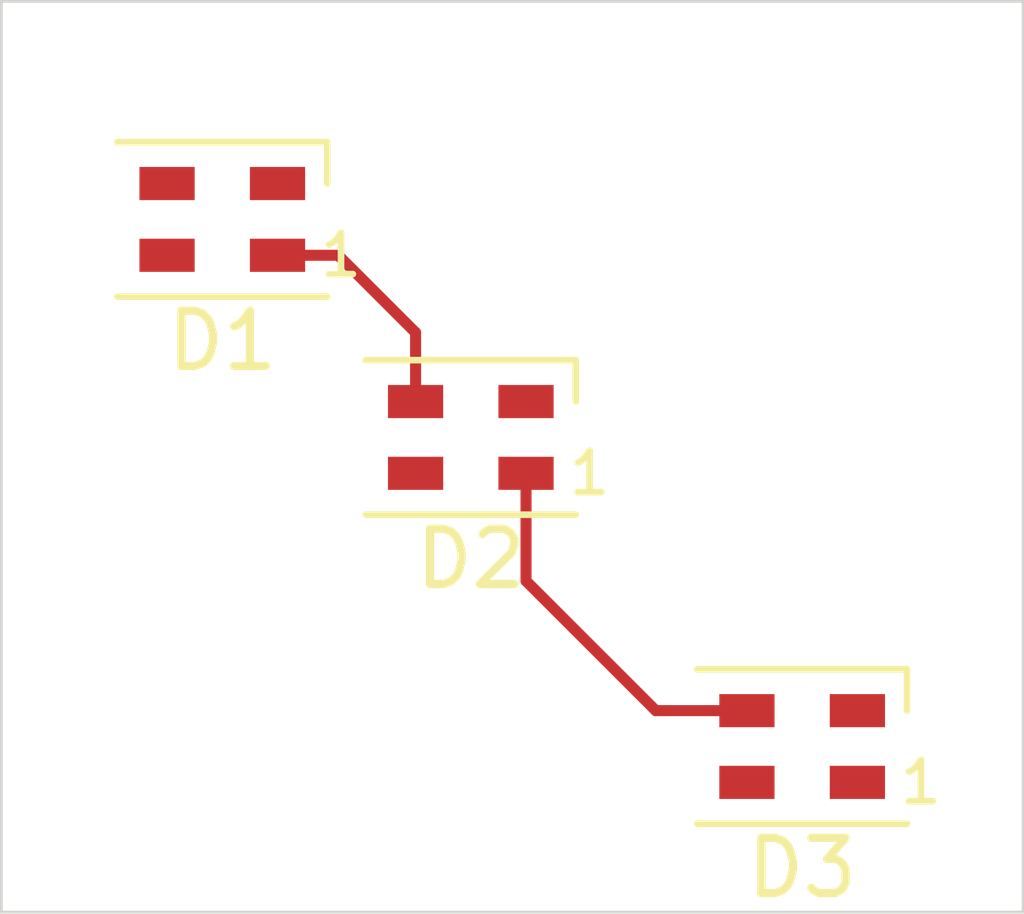
<source format=kicad_pcb>
(kicad_pcb (version 20240108) (generator "pcbnew") (generator_version "8.0")
  (layers (0 "F.Cu" signal) (31 "B.Cu" signal) (34 "B.Paste" user) (35 "F.Paste" user) (36 "B.SilkS" user "B.Silkscreen") (37 "F.SilkS" user "F.Silkscreen") (38 "B.Mask" user) (39 "F.Mask" user) (44 "Edge.Cuts" user))
  (net 0 "")
  (net 1 "GND")
  (net 2 "VCC")
  (net 3 "Net-(D1-DIN)")
  (net 4 "Net-(D1-DOUT)")
  (net 5 "Net-(D2-DOUT)")
  (net 6 "Net-(D3-DOUT)")
  (footprint "LED_SMD:LED_SK6805_PLCC4_2.4x2.7mm_P1.3mm" (layer "F.Cu") (at 108 93.45 180)
    (property "Reference" "D1" (at 0 -2.2 360) (layer "F.SilkS"))
    (property "Value" "SK6805")
    (fp_line (start -1.9 1.4) (end 1.9 1.4) (stroke (width 0.12)) (layer "F.SilkS"))
    (fp_line (start -1.9 1.4) (end -1.9 0.65) (stroke (width 0.12)) (layer "F.SilkS"))
    (fp_line (start -1.9 -1.4) (end 1.9 -1.4) (stroke (width 0.12)) (layer "F.SilkS"))
    (fp_text user "1" (at -2.15 -0.65 360) (layer "F.SilkS") (effects (font (size 0.75 0.75) (thickness 0.12))))
    (pad "1" smd rect (at -1 -0.65 180) (size 1 0.6) (layers "F.Cu" "F.Paste" "F.Mask") (net 4 "Net-(D1-DOUT)"))
    (pad "2" smd rect (at -1 0.65 180) (size 1 0.6) (layers "F.Cu" "F.Paste" "F.Mask") (net 1 "GND"))
    (pad "3" smd rect (at 1 0.65 180) (size 1 0.6) (layers "F.Cu" "F.Paste" "F.Mask") (net 3 "Net-(D1-DIN)"))
    (pad "4" smd rect (at 1 -0.65 180) (size 1 0.6) (layers "F.Cu" "F.Paste" "F.Mask") (net 2 "VCC"))
  )
  (footprint "LED_SMD:LED_SK6805_PLCC4_2.4x2.7mm_P1.3mm" (layer "F.Cu") (at 118.5 103 180)
    (property "Reference" "D3" (at 0 -2.2 360) (layer "F.SilkS"))
    (property "Value" "SK6805")
    (fp_line (start -1.9 1.4) (end 1.9 1.4) (stroke (width 0.12)) (layer "F.SilkS"))
    (fp_line (start -1.9 1.4) (end -1.9 0.65) (stroke (width 0.12)) (layer "F.SilkS"))
    (fp_line (start -1.9 -1.4) (end 1.9 -1.4) (stroke (width 0.12)) (layer "F.SilkS"))
    (fp_text user "1" (at -2.15 -0.65 360) (layer "F.SilkS") (effects (font (size 0.75 0.75) (thickness 0.12))))
    (pad "1" smd rect (at -1 -0.65 180) (size 1 0.6) (layers "F.Cu" "F.Paste" "F.Mask") (net 6 "Net-(D3-DOUT)"))
    (pad "2" smd rect (at -1 0.65 180) (size 1 0.6) (layers "F.Cu" "F.Paste" "F.Mask") (net 1 "GND"))
    (pad "3" smd rect (at 1 0.65 180) (size 1 0.6) (layers "F.Cu" "F.Paste" "F.Mask") (net 5 "Net-(D2-DOUT)"))
    (pad "4" smd rect (at 1 -0.65 180) (size 1 0.6) (layers "F.Cu" "F.Paste" "F.Mask") (net 2 "VCC"))
  )
  (footprint "LED_SMD:LED_SK6805_PLCC4_2.4x2.7mm_P1.3mm" (layer "F.Cu") (at 112.5 97.4 180)
    (property "Reference" "D2" (at 0 -2.2 360) (layer "F.SilkS"))
    (property "Value" "SK6805")
    (fp_line (start -1.9 1.4) (end 1.9 1.4) (stroke (width 0.12)) (layer "F.SilkS"))
    (fp_line (start -1.9 1.4) (end -1.9 0.65) (stroke (width 0.12)) (layer "F.SilkS"))
    (fp_line (start -1.9 -1.4) (end 1.9 -1.4) (stroke (width 0.12)) (layer "F.SilkS"))
    (fp_text user "1" (at -2.15 -0.65 360) (layer "F.SilkS") (effects (font (size 0.75 0.75) (thickness 0.12))))
    (pad "1" smd rect (at -1 -0.65 180) (size 1 0.6) (layers "F.Cu" "F.Paste" "F.Mask") (net 5 "Net-(D2-DOUT)"))
    (pad "2" smd rect (at -1 0.65 180) (size 1 0.6) (layers "F.Cu" "F.Paste" "F.Mask") (net 1 "GND"))
    (pad "3" smd rect (at 1 0.65 180) (size 1 0.6) (layers "F.Cu" "F.Paste" "F.Mask") (net 4 "Net-(D1-DOUT)"))
    (pad "4" smd rect (at 1 -0.65 180) (size 1 0.6) (layers "F.Cu" "F.Paste" "F.Mask") (net 2 "VCC"))
  )
  (gr_line (start 104 89.5) (end 122.5 89.5) (stroke (width 0.05)) (layer "Edge.Cuts"))
  (gr_line (start 104 106) (end 104 89.5) (stroke (width 0.05)) (layer "Edge.Cuts"))
  (gr_line (start 122.5 106) (end 104 106) (stroke (width 0.05)) (layer "Edge.Cuts"))
  (gr_line (start 122.5 89.5) (end 122.5 106) (stroke (width 0.05)) (layer "Edge.Cuts"))
  (segment (start 109 94.1) (end 110.1 94.1) (width 0.2) (layer "F.Cu") (net 4))
  (segment (start 111.5 95.5) (end 111.5 96.75) (width 0.2) (layer "F.Cu") (net 4))
  (segment (start 110.1 94.1) (end 111.5 95.5) (width 0.2) (layer "F.Cu") (net 4))
  (segment (start 113.5 100) (end 115.85 102.35) (width 0.2) (layer "F.Cu") (net 5))
  (segment (start 115.85 102.35) (end 117.5 102.35) (width 0.2) (layer "F.Cu") (net 5))
  (segment (start 113.5 98.05) (end 113.5 100) (width 0.2) (layer "F.Cu") (net 5))
)
</source>
